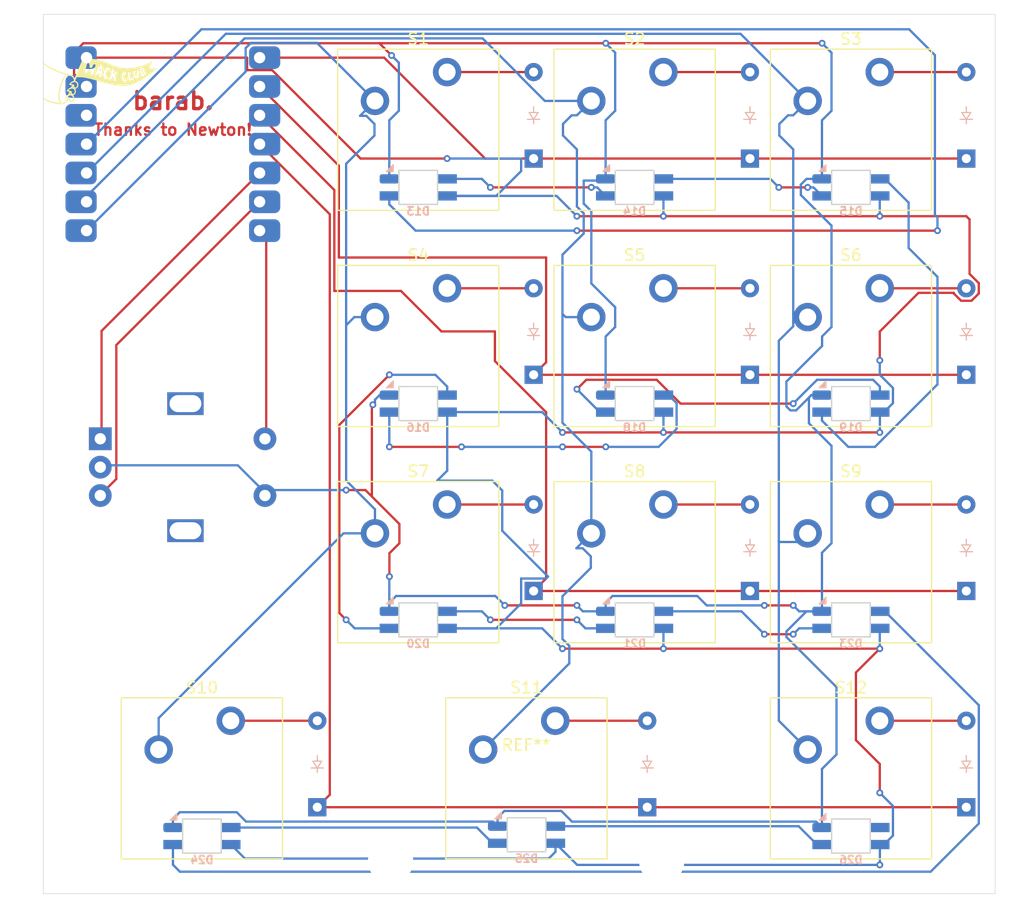
<source format=kicad_pcb>
(kicad_pcb (version 20240108) (generator "pcbnew") (generator_version "8.0")
  (layers (0 "F.Cu" signal) (31 "B.Cu" signal) (34 "B.Paste" user) (35 "F.Paste" user) (36 "B.SilkS" user "B.Silkscreen") (37 "F.SilkS" user "F.Silkscreen") (38 "B.Mask" user) (39 "F.Mask" user) (44 "Edge.Cuts" user))
  (net 0 "")
  (net 1 "Net-(D1-A)")
  (net 2 "Row 0")
  (net 3 "Net-(D2-A)")
  (net 4 "Net-(D3-A)")
  (net 5 "Net-(D4-A)")
  (net 6 "Row 1")
  (net 7 "Net-(D5-A)")
  (net 8 "Net-(D6-A)")
  (net 9 "Row 2")
  (net 10 "Net-(D7-A)")
  (net 11 "Net-(D8-A)")
  (net 12 "Net-(D9-A)")
  (net 13 "Col 0")
  (net 14 "Col 1")
  (net 15 "Row 3")
  (net 16 "Col 2")
  (net 18 "Net-(D10-A)")
  (net 19 "Net-(D11-A)")
  (net 20 "Net-(D12-A)")
  (net 22 "EC11A")
  (net 23 "EC11B")
  (net 24 "EC11SW")
  (net 25 "RGB")
  (net 26 "GND")
  (net 27 "+5V")
  (net 28 "Net-(D13-DOUT)")
  (net 29 "Net-(D14-DOUT)")
  (net 30 "Net-(D15-DOUT)")
  (net 31 "Net-(D16-DOUT)")
  (net 32 "Net-(D16-DIN)")
  (net 33 "Net-(D18-DIN)")
  (net 34 "Net-(D20-DOUT)")
  (net 35 "Net-(D21-DOUT)")
  (net 36 "Net-(D23-DOUT)")
  (net 37 "Net-(D24-DOUT)")
  (net 38 "Net-(D25-DOUT)")
  (footprint "ScottoKeebs_MX:MX_PCB_1.00u" (layer "F.Cu") (at 179.9525 86.02625)
    (property "Reference" "S9")
    (property "Value" "Keyswitch")
  )
  (footprint "ScottoKeebs_Components:LED_SK6812MINI" (layer "F.Cu") (at 160.9025 91.10625)
    (property "Reference" "D21")
    (property "Value" "LED_WS2812B" (hide yes))
    (fp_line (start -1.7 -1.5) (end -1.7 1.5) (stroke (width 0.12)) (layer "Edge.Cuts"))
    (fp_line (start -1.7 1.5) (end 1.7 1.5) (stroke (width 0.12)) (layer "Edge.Cuts"))
    (fp_line (start 1.7 -1.5) (end -1.7 -1.5) (stroke (width 0.12)) (layer "Edge.Cuts"))
    (fp_line (start 1.7 1.5) (end 1.7 -1.5) (stroke (width 0.12)) (layer "Edge.Cuts"))
  )
  (footprint "ScottoKeebs_Scotto:Encoder_EC11_MX" (layer "F.Cu") (at 121.3525 77.65625)
    (property "Reference" "SW2" (hide yes))
    (property "Value" "RotaryEncoder_Switch" (hide yes))
  )
  (footprint "ScottoKeebs_Components:LED_SK6812MINI" (layer "F.Cu") (at 141.8525 72.05625)
    (property "Reference" "D16")
    (property "Value" "LED_WS2812B" (hide yes))
    (fp_line (start -1.7 -1.5) (end -1.7 1.5) (stroke (width 0.12)) (layer "Edge.Cuts"))
    (fp_line (start -1.7 1.5) (end 1.7 1.5) (stroke (width 0.12)) (layer "Edge.Cuts"))
    (fp_line (start 1.7 -1.5) (end -1.7 -1.5) (stroke (width 0.12)) (layer "Edge.Cuts"))
    (fp_line (start 1.7 1.5) (end 1.7 -1.5) (stroke (width 0.12)) (layer "Edge.Cuts"))
  )
  (footprint "ScottoKeebs_MX:MX_PCB_1.00u" (layer "F.Cu") (at 160.9025 47.92625)
    (property "Reference" "S2")
    (property "Value" "Keyswitch")
  )
  (footprint "ScottoKeebs_Components:LED_SK6812MINI" (layer "F.Cu") (at 160.9025 53.00625)
    (property "Reference" "D14")
    (property "Value" "LED_WS2812B" (hide yes))
    (fp_line (start -1.7 -1.5) (end -1.7 1.5) (stroke (width 0.12)) (layer "Edge.Cuts"))
    (fp_line (start -1.7 1.5) (end 1.7 1.5) (stroke (width 0.12)) (layer "Edge.Cuts"))
    (fp_line (start 1.7 -1.5) (end -1.7 -1.5) (stroke (width 0.12)) (layer "Edge.Cuts"))
    (fp_line (start 1.7 1.5) (end 1.7 -1.5) (stroke (width 0.12)) (layer "Edge.Cuts"))
  )
  (footprint "ScottoKeebs_Components:LED_SK6812MINI" (layer "F.Cu") (at 179.9525 72.05625)
    (property "Reference" "D19")
    (property "Value" "LED_WS2812B" (hide yes))
    (fp_line (start -1.7 -1.5) (end -1.7 1.5) (stroke (width 0.12)) (layer "Edge.Cuts"))
    (fp_line (start -1.7 1.5) (end 1.7 1.5) (stroke (width 0.12)) (layer "Edge.Cuts"))
    (fp_line (start 1.7 -1.5) (end -1.7 -1.5) (stroke (width 0.12)) (layer "Edge.Cuts"))
    (fp_line (start 1.7 1.5) (end 1.7 -1.5) (stroke (width 0.12)) (layer "Edge.Cuts"))
  )
  (footprint "ScottoKeebs_MX:MX_PCB_1.00u" (layer "F.Cu") (at 141.8525 66.97625)
    (property "Reference" "S4")
    (property "Value" "Keyswitch")
  )
  (footprint "ScottoKeebs_MX:MX_PCB_1.00u" (layer "F.Cu") (at 141.8525 47.92625)
    (property "Reference" "S1")
    (property "Value" "Keyswitch")
  )
  (footprint "LOGO" (layer "F.Cu") (at 113.8525 43.65625)
    (property "Reference" "G***" (hide yes))
    (property "Value" "LOGO" (hide yes))
  )
  (footprint "ScottoKeebs_Components:LED_SK6812MINI" (layer "F.Cu") (at 179.9525 110.15625)
    (property "Reference" "D26")
    (property "Value" "LED_WS2812B" (hide yes))
    (fp_line (start -1.7 -1.5) (end -1.7 1.5) (stroke (width 0.12)) (layer "Edge.Cuts"))
    (fp_line (start -1.7 1.5) (end 1.7 1.5) (stroke (width 0.12)) (layer "Edge.Cuts"))
    (fp_line (start 1.7 -1.5) (end -1.7 -1.5) (stroke (width 0.12)) (layer "Edge.Cuts"))
    (fp_line (start 1.7 1.5) (end 1.7 -1.5) (stroke (width 0.12)) (layer "Edge.Cuts"))
  )
  (footprint "ScottoKeebs_Components:LED_SK6812MINI" (layer "F.Cu") (at 179.9525 53.00625)
    (property "Reference" "D15")
    (property "Value" "LED_WS2812B" (hide yes))
    (fp_line (start -1.7 -1.5) (end -1.7 1.5) (stroke (width 0.12)) (layer "Edge.Cuts"))
    (fp_line (start -1.7 1.5) (end 1.7 1.5) (stroke (width 0.12)) (layer "Edge.Cuts"))
    (fp_line (start 1.7 -1.5) (end -1.7 -1.5) (stroke (width 0.12)) (layer "Edge.Cuts"))
    (fp_line (start 1.7 1.5) (end 1.7 -1.5) (stroke (width 0.12)) (layer "Edge.Cuts"))
  )
  (footprint "ScottoKeebs_MX:MX_PCB_2.00u" (layer "F.Cu") (at 151.3775 105.07625)
    (property "Reference" "S11")
    (property "Value" "Keyswitch")
  )
  (footprint "ScottoKeebs_Components:LED_SK6812MINI" (layer "F.Cu") (at 151.3875 110.04125)
    (property "Reference" "D25")
    (property "Value" "LED_WS2812B" (hide yes))
    (fp_line (start -1.7 -1.5) (end -1.7 1.5) (stroke (width 0.12)) (layer "Edge.Cuts"))
    (fp_line (start -1.7 1.5) (end 1.7 1.5) (stroke (width 0.12)) (layer "Edge.Cuts"))
    (fp_line (start 1.7 -1.5) (end -1.7 -1.5) (stroke (width 0.12)) (layer "Edge.Cuts"))
    (fp_line (start 1.7 1.5) (end 1.7 -1.5) (stroke (width 0.12)) (layer "Edge.Cuts"))
  )
  (footprint "ScottoKeebs_Components:LED_SK6812MINI" (layer "F.Cu") (at 122.8025 110.15625)
    (property "Reference" "D24")
    (property "Value" "LED_WS2812B" (hide yes))
    (fp_line (start -1.7 -1.5) (end -1.7 1.5) (stroke (width 0.12)) (layer "Edge.Cuts"))
    (fp_line (start -1.7 1.5) (end 1.7 1.5) (stroke (width 0.12)) (layer "Edge.Cuts"))
    (fp_line (start 1.7 -1.5) (end -1.7 -1.5) (stroke (width 0.12)) (layer "Edge.Cuts"))
    (fp_line (start 1.7 1.5) (end 1.7 -1.5) (stroke (width 0.12)) (layer "Edge.Cuts"))
  )
  (footprint "ScottoKeebs_Components:LED_SK6812MINI" (layer "F.Cu") (at 179.9525 91.10625)
    (property "Reference" "D23")
    (property "Value" "LED_WS2812B" (hide yes))
    (fp_line (start -1.7 -1.5) (end -1.7 1.5) (stroke (width 0.12)) (layer "Edge.Cuts"))
    (fp_line (start -1.7 1.5) (end 1.7 1.5) (stroke (width 0.12)) (layer "Edge.Cuts"))
    (fp_line (start 1.7 -1.5) (end -1.7 -1.5) (stroke (width 0.12)) (layer "Edge.Cuts"))
    (fp_line (start 1.7 1.5) (end 1.7 -1.5) (stroke (width 0.12)) (layer "Edge.Cuts"))
  )
  (footprint "ScottoKeebs_MX:MX_PCB_1.00u" (layer "F.Cu") (at 160.9025 86.02625)
    (property "Reference" "S8")
    (property "Value" "Keyswitch")
  )
  (footprint "ScottoKeebs_Components:LED_SK6812MINI" (layer "F.Cu") (at 141.8525 53.00625)
    (property "Reference" "D13")
    (property "Value" "LED_WS2812B" (hide yes))
    (fp_line (start -1.7 -1.5) (end -1.7 1.5) (stroke (width 0.12)) (layer "Edge.Cuts"))
    (fp_line (start -1.7 1.5) (end 1.7 1.5) (stroke (width 0.12)) (layer "Edge.Cuts"))
    (fp_line (start 1.7 -1.5) (end -1.7 -1.5) (stroke (width 0.12)) (layer "Edge.Cuts"))
    (fp_line (start 1.7 1.5) (end 1.7 -1.5) (stroke (width 0.12)) (layer "Edge.Cuts"))
  )
  (footprint "ScottoKeebs_Components:LED_SK6812MINI" (layer "F.Cu") (at 141.8525 91.10625)
    (property "Reference" "D20")
    (property "Value" "LED_WS2812B" (hide yes))
    (fp_line (start -1.7 -1.5) (end -1.7 1.5) (stroke (width 0.12)) (layer "Edge.Cuts"))
    (fp_line (start -1.7 1.5) (end 1.7 1.5) (stroke (width 0.12)) (layer "Edge.Cuts"))
    (fp_line (start 1.7 -1.5) (end -1.7 -1.5) (stroke (width 0.12)) (layer "Edge.Cuts"))
    (fp_line (start 1.7 1.5) (end 1.7 -1.5) (stroke (width 0.12)) (layer "Edge.Cuts"))
  )
  (footprint "ScottoKeebs_MX:MX_PCB_1.00u" (layer "F.Cu") (at 160.9025 66.97625)
    (property "Reference" "S5")
    (property "Value" "Keyswitch")
  )
  (footprint "ScottoKeebs_Components:LED_SK6812MINI" (layer "F.Cu") (at 160.9025 72.05625)
    (property "Reference" "D18")
    (property "Value" "LED_WS2812B" (hide yes))
    (fp_line (start -1.7 -1.5) (end -1.7 1.5) (stroke (width 0.12)) (layer "Edge.Cuts"))
    (fp_line (start -1.7 1.5) (end 1.7 1.5) (stroke (width 0.12)) (layer "Edge.Cuts"))
    (fp_line (start 1.7 -1.5) (end -1.7 -1.5) (stroke (width 0.12)) (layer "Edge.Cuts"))
    (fp_line (start 1.7 1.5) (end 1.7 -1.5) (stroke (width 0.12)) (layer "Edge.Cuts"))
  )
  (footprint "ScottoKeebs_MX:MX_PCB_1.00u" (layer "F.Cu") (at 179.9525 105.07625)
    (property "Reference" "S12")
    (property "Value" "Keyswitch")
  )
  (footprint "ScottoKeebs_Stabilizer:Stabilizer_MX_2.00u" (layer "F.Cu") (at 151.3525 104.14125)
    (property "Reference" "REF**")
    (property "Value" "Stabilizer_MX_2.00u")
  )
  (footprint "ScottoKeebs_MX:MX_PCB_1.00u" (layer "F.Cu") (at 179.9525 66.97625)
    (property "Reference" "S6")
    (property "Value" "Keyswitch")
  )
  (footprint "ScottoKeebs_MX:MX_PCB_1.00u" (layer "F.Cu") (at 141.8525 86.02625)
    (property "Reference" "S7")
    (property "Value" "Keyswitch")
  )
  (footprint "ScottoKeebs_MX:MX_PCB_1.00u" (layer "F.Cu") (at 122.8025 105.07625)
    (property "Reference" "S10")
    (property "Value" "Keyswitch")
  )
  (footprint "ScottoKeebs_MX:MX_PCB_1.00u" (layer "F.Cu") (at 179.9525 47.92625)
    (property "Reference" "S3")
    (property "Value" "Keyswitch")
  )
  (footprint "ScottoKeebs_Components:Diode_DO-35" (layer "B.Cu") (at 162.01375 107.61625 90)
    (property "Reference" "D11" (hide yes))
    (property "Value" "Diode" (hide yes))
  )
  (footprint "ScottoKeebs_Components:Diode_DO-35" (layer "B.Cu") (at 152.0125 69.51625 90)
    (property "Reference" "D4" (hide yes))
    (property "Value" "Diode" (hide yes))
  )
  (footprint "ScottoKeebs_Components:Diode_DO-35" (layer "B.Cu") (at 152.0125 88.56625 90)
    (property "Reference" "D7" (hide yes))
    (property "Value" "Diode" (hide yes))
  )
  (footprint "ScottoKeebs_Components:Diode_DO-35" (layer "B.Cu") (at 132.9625 107.61625 90)
    (property "Reference" "D10" (hide yes))
    (property "Value" "Diode" (hide yes))
  )
  (footprint "ScottoKeebs_MCU:Seeed_XIAO_RP2040" (layer "B.Cu") (at 120.2625 49.19625 180)
    (property "Reference" "U1" (hide yes))
    (property "Value" "MCU_Seeed_XIAO_RP2040")
  )
  (footprint "ScottoKeebs_Components:Diode_DO-35" (layer "B.Cu") (at 190.1125 69.51625 90)
    (property "Reference" "D6" (hide yes))
    (property "Value" "Diode" (hide yes))
  )
  (footprint "ScottoKeebs_Components:Diode_DO-35" (layer "B.Cu") (at 171.0625 50.46625 90)
    (property "Reference" "D2" (hide yes))
    (property "Value" "Diode" (hide yes))
  )
  (footprint "ScottoKeebs_Components:Diode_DO-35" (layer "B.Cu") (at 152.0125 50.46625 90)
    (property "Reference" "D1" (hide yes))
    (property "Value" "Diode" (hide yes))
  )
  (footprint "ScottoKeebs_Components:Diode_DO-35" (layer "B.Cu") (at 190.1125 50.46625 90)
    (property "Reference" "D3" (hide yes))
    (property "Value" "Diode" (hide yes))
  )
  (footprint "ScottoKeebs_Components:Diode_DO-35" (layer "B.Cu") (at 190.1125 107.61625 90)
    (property "Reference" "D12" (hide yes))
    (property "Value" "Diode" (hide yes))
  )
  (footprint "ScottoKeebs_Components:Diode_DO-35" (layer "B.Cu") (at 190.1125 88.56625 90)
    (property "Reference" "D9" (hide yes))
    (property "Value" "Diode" (hide yes))
  )
  (footprint "ScottoKeebs_Components:Diode_DO-35" (layer "B.Cu") (at 171.0625 69.51625 90)
    (property "Reference" "D5" (hide yes))
    (property "Value" "Diode" (hide yes))
  )
  (footprint "ScottoKeebs_Components:Diode_DO-35" (layer "B.Cu") (at 171.0625 88.56625 90)
    (property "Reference" "D8" (hide yes))
    (property "Value" "Diode" (hide yes))
  )
  (gr_rect (start 108.8325 37.76625) (end 192.6525 115.23625) (stroke (width 0.05)) (fill none) (layer "Edge.Cuts"))
  (gr_text "barab." (at 120.2625 45.38625 0) (layer "F.Cu") (effects (font (size 1.5 1.5) (thickness 0.3) (bold yes))))
  (gr_text "Thanks to Newton!" (at 120.2625 47.92625 0) (layer "F.Cu") (effects (font (size 1 1) (thickness 0.2) (bold yes))))
  (segment (start 144.3925 42.84625) (end 152.0125 42.84625) (width 0.2) (layer "F.Cu") (net 1))
  (segment (start 147.740088 50.46625) (end 138.850088 41.57625) (width 0.2) (layer "F.Cu") (net 2))
  (segment (start 152.0125 50.46625) (end 190.1125 50.46625) (width 0.2) (layer "F.Cu") (net 2))
  (segment (start 152.0125 50.46625) (end 147.740088 50.46625) (width 0.2) (layer "F.Cu") (net 2))
  (segment (start 138.850088 41.57625) (end 127.8825 41.57625) (width 0.2) (layer "F.Cu") (net 2))
  (segment (start 163.4425 42.84625) (end 171.0625 42.84625) (width 0.2) (layer "F.Cu") (net 3))
  (segment (start 182.4925 42.84625) (end 190.1125 42.84625) (width 0.2) (layer "F.Cu") (net 4))
  (segment (start 144.3925 61.89625) (end 152.0125 61.89625) (width 0.2) (layer "F.Cu") (net 5))
  (segment (start 134.8625 51.09625) (end 127.8825 44.11625) (width 0.2) (layer "F.Cu") (net 6))
  (segment (start 152.0125 69.51625) (end 190.1125 69.51625) (width 0.2) (layer "F.Cu") (net 6))
  (segment (start 153.1125 68.41625) (end 153.1125 59.18625) (width 0.2) (layer "F.Cu") (net 6))
  (segment (start 134.8625 59.18625) (end 134.8625 51.09625) (width 0.2) (layer "F.Cu") (net 6))
  (segment (start 153.1125 59.18625) (end 134.8625 59.18625) (width 0.2) (layer "F.Cu") (net 6))
  (segment (start 152.0125 69.51625) (end 153.1125 68.41625) (width 0.2) (layer "F.Cu") (net 6))
  (segment (start 163.4425 61.89625) (end 171.0625 61.89625) (width 0.2) (layer "F.Cu") (net 7))
  (segment (start 182.4925 61.89625) (end 190.1125 61.89625) (width 0.2) (layer "F.Cu") (net 8))
  (segment (start 140.325902 62.12625) (end 134.4625 62.12625) (width 0.2) (layer "F.Cu") (net 9))
  (segment (start 153.1125 87.46625) (end 153.1125 72.81625) (width 0.2) (layer "F.Cu") (net 9))
  (segment (start 152.0125 88.56625) (end 153.1125 87.46625) (width 0.2) (layer "F.Cu") (net 9))
  (segment (start 152.0125 88.56625) (end 190.1125 88.56625) (width 0.2) (layer "F.Cu") (net 9))
  (segment (start 134.4625 53.23625) (end 127.8825 46.65625) (width 0.2) (layer "F.Cu") (net 9))
  (segment (start 134.4625 62.12625) (end 134.4625 53.23625) (width 0.2) (layer "F.Cu") (net 9))
  (segment (start 148.6025 68.30625) (end 148.6025 65.69625) (width 0.2) (layer "F.Cu") (net 9))
  (segment (start 148.6025 65.69625) (end 143.895902 65.69625) (width 0.2) (layer "F.Cu") (net 9))
  (segment (start 143.895902 65.69625) (end 140.325902 62.12625) (width 0.2) (layer "F.Cu") (net 9))
  (segment (start 153.1125 72.81625) (end 148.6025 68.30625) (width 0.2) (layer "F.Cu") (net 9))
  (segment (start 144.3925 80.94625) (end 152.0125 80.94625) (width 0.2) (layer "F.Cu") (net 10))
  (segment (start 163.4425 80.94625) (end 171.0625 80.94625) (width 0.2) (layer "F.Cu") (net 11))
  (segment (start 182.4925 80.94625) (end 190.1125 80.94625) (width 0.2) (layer "F.Cu") (net 12))
  (segment (start 137.9975 47.418838) (end 137.9975 48.433662) (width 0.2) (layer "B.Cu") (net 13))
  (segment (start 137.9975 48.433662) (end 135.5025 50.928662) (width 0.2) (layer "B.Cu") (net 13))
  (segment (start 118.9925 99.76125) (end 118.9925 102.53625) (width 0.2) (layer "B.Cu") (net 13))
  (segment (start 126.6525 42.80625) (end 112.6425 56.81625) (width 0.2) (layer "B.Cu") (net 13))
  (segment (start 138.0425 81.367721) (end 138.0425 83.48625) (width 0.2) (layer "B.Cu") (net 13))
  (segment (start 132.9325 40.27625) (end 127.113858 40.27625) (width 0.2) (layer "B.Cu") (net 13))
  (segment (start 135.5025 65.15625) (end 135.5025 78.827721) (width 0.2) (layer "B.Cu") (net 13))
  (segment (start 135.5025 50.928662) (end 135.5025 65.15625) (width 0.2) (layer "B.Cu") (net 13))
  (segment (start 138.0425 45.38625) (end 136.7275 46.70125) (width 0.2) (layer "B.Cu") (net 13))
  (segment (start 136.7275 46.70125) (end 137.279912 46.70125) (width 0.2) (layer "B.Cu") (net 13))
  (segment (start 135.5025 78.827721) (end 138.0425 81.367721) (width 0.2) (layer "B.Cu") (net 13))
  (segment (start 138.0425 64.43625) (end 136.2225 64.43625) (width 0.2) (layer "B.Cu") (net 13))
  (segment (start 127.113858 40.27625) (end 126.6525 40.737608) (width 0.2) (layer "B.Cu") (net 13))
  (segment (start 136.2225 64.43625) (end 135.5025 65.15625) (width 0.2) (layer "B.Cu") (net 13))
  (segment (start 138.0425 45.38625) (end 132.9325 40.27625) (width 0.2) (layer "B.Cu") (net 13))
  (segment (start 137.279912 46.70125) (end 137.9975 47.418838) (width 0.2) (layer "B.Cu") (net 13))
  (segment (start 138.0425 83.48625) (end 135.2675 83.48625) (width 0.2) (layer "B.Cu") (net 13))
  (segment (start 126.6525 40.737608) (end 126.6525 42.80625) (width 0.2) (layer "B.Cu") (net 13))
  (segment (start 135.2675 83.48625) (end 118.9925 99.76125) (width 0.2) (layer "B.Cu") (net 13))
  (segment (start 157.0925 64.43625) (end 154.8325 64.43625) (width 0.2) (layer "B.Cu") (net 14))
  (segment (start 154.5975 47.418838) (end 154.5975 48.433662) (width 0.2) (layer "B.Cu") (net 14))
  (segment (start 157.0925 45.38625) (end 155.8225 46.65625) (width 0.2) (layer "B.Cu") (net 14))
  (segment (start 155.8225 46.65625) (end 155.360088 46.65625) (width 0.2) (layer "B.Cu") (net 14))
  (segment (start 155.7775 84.80125) (end 156.329912 84.80125) (width 0.2) (layer "B.Cu") (net 14))
  (segment (start 155.360088 46.65625) (end 154.5975 47.418838) (width 0.2) (layer "B.Cu") (net 14))
  (segment (start 157.0925 76.287721) (end 157.0925 83.48625) (width 0.2) (layer "B.Cu") (net 14))
  (segment (start 150.7425 43.106506) (end 147.512244 39.87625) (width 0.2) (layer "B.Cu") (net 14))
  (segment (start 156.4225 57.064779) (end 154.5525 58.934779) (width 0.2) (layer "B.Cu") (net 14))
  (segment (start 157.0925 83.48625) (end 155.7775 84.80125) (width 0.2) (layer "B.Cu") (net 14))
  (segment (start 147.512244 39.87625) (end 126.5625 39.87625) (width 0.2) (layer "B.Cu") (net 14))
  (segment (start 154.5975 48.433662) (end 155.8225 49.658662) (width 0.2) (layer "B.Cu") (net 14))
  (segment (start 154.5525 73.747721) (end 157.0925 76.287721) (width 0.2) (layer "B.Cu") (net 14))
  (segment (start 154.8325 64.43625) (end 154.5525 64.15625) (width 0.2) (layer "B.Cu") (net 14))
  (segment (start 156.4225 55.297721) (end 156.4225 57.064779) (width 0.2) (layer "B.Cu") (net 14))
  (segment (start 157.0475 85.518838) (end 157.0475 86.533662) (width 0.2) (layer "B.Cu") (net 14))
  (segment (start 154.5525 89.028662) (end 154.5525 92.797721) (width 0.2) (layer "B.Cu") (net 14))
  (segment (start 112.6425 53.79625) (end 112.6425 54.27625) (width 0.2) (layer "B.Cu") (net 14))
  (segment (start 156.329912 84.80125) (end 157.0475 85.518838) (width 0.2) (layer "B.Cu") (net 14))
  (segment (start 155.1525 94.95125) (end 147.5675 102.53625) (width 0.2) (layer "B.Cu") (net 14))
  (segment (start 155.8225 54.697721) (end 156.4225 55.297721) (width 0.2) (layer "B.Cu") (net 14))
  (segment (start 157.0475 86.533662) (end 154.5525 89.028662) (width 0.2) (layer "B.Cu") (net 14))
  (segment (start 154.5525 58.934779) (end 154.5525 64.15625) (width 0.2) (layer "B.Cu") (net 14))
  (segment (start 155.8225 49.658662) (end 155.8225 54.697721) (width 0.2) (layer "B.Cu") (net 14))
  (segment (start 155.1525 93.397721) (end 155.1525 94.95125) (width 0.2) (layer "B.Cu") (net 14))
  (segment (start 126.5625 39.87625) (end 112.6425 53.79625) (width 0.2) (layer "B.Cu") (net 14))
  (segment (start 150.7425 43.131885) (end 150.7425 43.106506) (width 0.2) (layer "B.Cu") (net 14))
  (segment (start 152.996865 45.38625) (end 150.7425 43.131885) (width 0.2) (layer "B.Cu") (net 14))
  (segment (start 154.5525 92.797721) (end 155.1525 93.397721) (width 0.2) (layer "B.Cu") (net 14))
  (segment (start 154.5525 64.15625) (end 154.5525 73.747721) (width 0.2) (layer "B.Cu") (net 14))
  (segment (start 157.0925 45.38625) (end 152.996865 45.38625) (width 0.2) (layer "B.Cu") (net 14))
  (segment (start 132.9625 107.61625) (end 190.1125 107.61625) (width 0.2) (layer "F.Cu") (net 15))
  (segment (start 134.0625 55.37625) (end 127.8825 49.19625) (width 0.2) (layer "F.Cu") (net 15))
  (segment (start 134.0625 106.51625) (end 134.0625 55.37625) (width 0.2) (layer "F.Cu") (net 15))
  (segment (start 132.9625 107.61625) (end 134.0625 106.51625) (width 0.2) (layer "F.Cu") (net 15))
  (segment (start 176.1425 45.38625) (end 170.2325 39.47625) (width 0.2) (layer "B.Cu") (net 16))
  (segment (start 174.8725 49.658662) (end 174.8725 64.15625) (width 0.2) (layer "B.Cu") (net 16))
  (segment (start 173.695088 84.248838) (end 173.6025 84.15625) (width 0.2) (layer "B.Cu") (net 16))
  (segment (start 175.1525 64.43625) (end 174.8725 64.15625) (width 0.2) (layer "B.Cu") (net 16))
  (segment (start 124.9025 39.47625) (end 112.6425 51.73625) (width 0.2) (layer "B.Cu") (net 16))
  (segment (start 173.6025 66.513838) (end 173.6025 84.15625) (width 0.2) (layer "B.Cu") (net 16))
  (segment (start 174.8725 46.65625) (end 174.410088 46.65625) (width 0.2) (layer "B.Cu") (net 16))
  (segment (start 176.1425 83.48625) (end 175.379912 84.248838) (width 0.2) (layer "B.Cu") (net 16))
  (segment (start 176.1425 45.38625) (end 174.8725 46.65625) (width 0.2) (layer "B.Cu") (net 16))
  (segment (start 174.410088 46.65625) (end 173.6475 47.418838) (width 0.2) (layer "B.Cu") (net 16))
  (segment (start 173.6475 48.433662) (end 174.8725 49.658662) (width 0.2) (layer "B.Cu") (net 16))
  (segment (start 173.6025 99.99625) (end 176.1425 102.53625) (width 0.2) (layer "B.Cu") (net 16))
  (segment (start 173.6475 47.418838) (end 173.6475 48.433662) (width 0.2) (layer "B.Cu") (net 16))
  (segment (start 174.8725 64.15625) (end 174.8725 65.243838) (width 0.2) (layer "B.Cu") (net 16))
  (segment (start 174.8725 65.243838) (end 173.6025 66.513838) (width 0.2) (layer "B.Cu") (net 16))
  (segment (start 170.2325 39.47625) (end 124.9025 39.47625) (width 0.2) (layer "B.Cu") (net 16))
  (segment (start 175.379912 84.248838) (end 173.695088 84.248838) (width 0.2) (layer "B.Cu") (net 16))
  (segment (start 173.6025 84.15625) (end 173.6025 99.99625) (width 0.2) (layer "B.Cu") (net 16))
  (segment (start 176.1425 64.43625) (end 175.1525 64.43625) (width 0.2) (layer "B.Cu") (net 16))
  (segment (start 125.3425 99.99625) (end 132.9625 99.99625) (width 0.2) (layer "F.Cu") (net 18))
  (segment (start 153.9175 99.99625) (end 162.01375 99.99625) (width 0.2) (layer "F.Cu") (net 19))
  (segment (start 182.4925 99.99625) (end 190.1125 99.99625) (width 0.2) (layer "F.Cu") (net 20))
  (segment (start 113.965 74.99375) (end 113.965 65.65375) (width 0.2) (layer "F.Cu") (net 22))
  (segment (start 113.965 65.65375) (end 127.8825 51.73625) (width 0.2) (layer "F.Cu") (net 22))
  (segment (start 115.265 66.89375) (end 127.8825 54.27625) (width 0.2) (layer "F.Cu") (net 23))
  (segment (start 115.265 78.69375) (end 115.265 66.89375) (width 0.2) (layer "F.Cu") (net 23))
  (segment (start 113.965 79.99375) (end 115.265 78.69375) (width 0.2) (layer "F.Cu") (net 23))
  (segment (start 128.465 74.99375) (end 128.465 57.39875) (width 0.2) (layer "F.Cu") (net 24))
  (segment (start 128.465 57.39875) (end 127.8825 56.81625) (width 0.2) (layer "F.Cu") (net 24))
  (segment (start 155.8225 56.81625) (end 187.5725 56.81625) (width 0.2) (layer "F.Cu") (net 25))
  (via (at 155.8225 56.81625) (size 0.6) (drill 0.3) (layers "F.Cu" "B.Cu") (net 25))
  (via (at 187.5725 56.81625) (size 0.6) (drill 0.3) (layers "F.Cu" "B.Cu") (net 25))
  (segment (start 187.5725 55.65625) (end 187.3475 55.43125) (width 0.2) (layer "B.Cu") (net 25))
  (segment (start 185.0725 39.07625) (end 122.7625 39.07625) (width 0.2) (layer "B.Cu") (net 25))
  (segment (start 139.3025 53.75625) (end 139.3025 54.504778) (width 0.2) (layer "B.Cu") (net 25))
  (segment (start 122.7625 39.07625) (end 112.6425 49.19625) (width 0.2) (layer "B.Cu") (net 25))
  (segment (start 139.3025 54.504778) (end 141.613972 56.81625) (width 0.2) (layer "B.Cu") (net 25))
  (segment (start 187.5725 56.81625) (end 187.5725 55.65625) (width 0.2) (layer "B.Cu") (net 25))
  (segment (start 141.613972 56.81625) (end 155.8225 56.81625) (width 0.2) (layer "B.Cu") (net 25))
  (segment (start 187.3475 41.35125) (end 185.0725 39.07625) (width 0.2) (layer "B.Cu") (net 25))
  (segment (start 187.3475 55.43125) (end 187.3475 41.35125) (width 0.2) (layer "B.Cu") (net 25))
  (segment (start 137.767424 72.241326) (end 137.8525 72.15625) (width 0.2) (layer "F.Cu") (net 26))
  (segment (start 140.190799 82.6647) (end 140.190799 84.364549) (width 0.2) (layer "F.Cu") (net 26))
  (segment (start 158.3625 40.30625) (end 177.4125 40.30625) (width 0.2) (layer "F.Cu") (net 26))
  (segment (start 172.3325 89.83625) (end 174.8725 89.83625) (width 0.2) (layer "F.Cu") (net 26))
  (segment (start 112.6425 44.11625) (end 111.5425 43.01625) (width 0.2) (layer "F.Cu") (net 26))
  (segment (start 138.428618 40.30625) (end 139.505559 41.383191) (width 0.2) (layer "F.Cu") (net 26))
  (segment (start 112.356865 40.30625) (end 138.428618 40.30625) (width 0.2) (layer "F.Cu") (net 26))
  (segment (start 135.5025 79.67625) (end 137.202349 79.67625) (width 0.2) (layer "F.Cu") (net 26))
  (segment (start 139.3125 85.242848) (end 139.3125 87.29625) (width 0.2) (layer "F.Cu") (net 26))
  (segment (start 149.4725 89.83625) (end 155.8225 89.83625) (width 0.2) (layer "F.Cu") (net 26))
  (segment (start 140.190799 84.364549) (end 139.3125 85.242848) (width 0.2) (layer "F.Cu") (net 26))
  (segment (start 138.428618 40.30625) (end 158.3625 40.30625) (width 0.2) (layer "F.Cu") (net 26))
  (segment (start 137.767424 80.241326) (end 140.190799 82.6647) (width 0.2) (layer "F.Cu") (net 26))
  (segment (start 111.5425 41.120615) (end 112.356865 40.30625) (width 0.2) (layer "F.Cu") (net 26))
  (segment (start 137.767424 80.241326) (end 137.767424 72.241326) (width 0.2) (layer "F.Cu") (net 26))
  (segment (start 111.5425 43.01625) (end 111.5425 41.120615) (width 0.2) (layer "F.Cu") (net 26))
  (segment (start 137.202349 79.67625) (end 137.767424 80.241326) (width 0.2) (layer "F.Cu") (net 26))
  (via (at 155.8225 89.83625) (size 0.6) (drill 0.3) (layers "F.Cu" "B.Cu") (net 26))
  (via (at 135.5025 79.67625) (size 0.6) (drill 0.3) (layers "F.Cu" "B.Cu") (net 26))
  (via (at 149.4725 89.83625) (size 0.6) (drill 0.3) (layers "F.Cu" "B.Cu") (net 26))
  (via (at 137.8525 72.15625) (size 0.6) (drill 0.3) (layers "F.Cu" "B.Cu") (net 26))
  (via (at 139.505559 41.383191) (size 0.6) (drill 0.3) (layers "F.Cu" "B.Cu") (net 26))
  (via (at 172.3325 89.83625) (size 0.6) (drill 0.3) (layers "F.Cu" "B.Cu") (net 26))
  (via (at 174.8725 89.83625) (size 0.6) (drill 0.3) (layers "F.Cu" "B.Cu") (net 26))
  (via (at 177.4125 40.30625) (size 0.6) (drill 0.3) (layers "F.Cu" "B.Cu") (net 26))
  (via (at 158.3625 40.30625) (size 0.6) (drill 0.3) (layers "F.Cu" "B.Cu") (net 26))
  (via (at 139.3125 87.29625) (size 0.6) (drill 0.3) (layers "F.Cu" "B.Cu") (net 26))
  (segment (start 157.0925 61.466401) (end 159.1925 63.566401) (width 0.2) (layer "B.Cu") (net 26))
  (segment (start 175.121029 72.65625) (end 174.623971 72.65625) (width 0.2) (layer "B.Cu") (net 26))
  (segment (start 177.4025 85.196099) (end 178.2425 84.356099) (width 0.2) (layer "B.Cu") (net 26))
  (segment (start 174.2725 92.127721) (end 176.043971 90.35625) (width 0.2) (layer "B.Cu") (net 26))
  (segment (start 125.8625 108.05625) (end 120.853972 108.05625) (width 0.2) (layer "B.Cu") (net 26))
  (segment (start 139.903972 89.00625) (end 148.6425 89.00625) (width 0.2) (layer "B.Cu") (net 26))
  (segment (start 120.853972 108.05625) (end 120.2525 108.657722) (width 0.2) (layer "B.Cu") (net 26))
  (segment (start 178.6825 97.034779) (end 174.2725 92.624779) (width 0.2) (layer "B.Cu") (net 26))
  (segment (start 128.835 79.99375) (end 129.1525 79.67625) (width 0.2) (layer "B.Cu") (net 26))
  (segment (start 177.4125 66.136099) (end 178.2425 65.306099) (width 0.2) (layer "B.Cu") (net 26))
  (segment (start 158.953972 89.00625) (end 166.4225 89.00625) (width 0.2) (layer "B.Cu") (net 26))
  (segment (start 176.471029 71.30625) (end 175.121029 72.65625) (width 0.2) (layer "B.Cu") (net 26))
  (segment (start 177.4025 104.246099) (end 178.6825 102.966099) (width 0.2) (layer "B.Cu") (net 26))
  (segment (start 175.3925 90.35625) (end 177.4025 90.35625) (width 0.2) (layer "B.Cu") (net 26))
  (segment (start 175.5425 52.757721) (end 176.043971 52.25625) (width 0.2) (layer "B.Cu") (net 26))
  (segment (start 178.2425 46.256099) (end 177.4025 47.096099) (width 0.2) (layer "B.Cu") (net 26))
  (segment (start 140.1425 42.020132) (end 140.1425 46.256099) (width 0.2) (layer "B.Cu") (net 26))
  (segment (start 178.2425 56.37625) (end 175.5425 53.67625) (width 0.2) (layer "B.Cu") (net 26))
  (segment (start 156.3425 90.35625) (end 158.3525 90.35625) (width 0.2) (layer "B.Cu") (net 26))
  (segment (start 156.4225 54.43625) (end 157.0925 55.10625) (width 0.2) (layer "B.Cu") (net 26))
  (segment (start 177.4125 40.30625) (end 178.2425 41.13625) (width 0.2) (layer "B.Cu") (net 26))
  (segment (start 158.3525 66.146099) (end 158.3525 71.30625) (width 0.2) (layer "B.Cu") (net 26))
  (segment (start 157.0925 55.10625) (end 157.0925 61.466401) (width 0.2) (layer "B.Cu") (net 26))
  (segment (start 154.4475 107.94125) (end 149.438972 107.94125) (width 0.2) (layer "B.Cu") (net 26))
  (segment (start 176.2525 73.787721) (end 176.2525 71.524779) (width 0.2) (layer "B.Cu") (net 26))
  (segment (start 178.2425 84.356099) (end 178.2425 75.777721) (width 0.2) (layer "B.Cu") (net 26))
  (segment (start 176.043971 52.25625) (end 177.4025 52.25625) (width 0.2) (layer "B.Cu") (net 26))
  (segment (start 158.3525 89.607722) (end 158.953972 89.00625) (width 0.2) (layer "B.Cu") (net 26))
  (segment (start 138.4525 71.30625) (end 138.0425 71.71625) (width 0.2) (layer "B.Cu") (net 26))
  (segment (start 148.6425 89.00625) (end 149.4725 89.83625) (width 0.2) (layer "B.Cu") (net 26))
  (segment (start 176.8825 108.88625) (end 155.3925 108.88625) (width 0.2) (layer "B.Cu") (net 26))
  (segment (start 155.8225 89.83625) (end 156.3425 90.35625) (width 0.2) (layer "B.Cu") (net 26))
  (segment (start 137.8525 72.15625) (end 138.0425 71.96625) (width 0.2) (layer "B.Cu") (net 26))
  (segment (start 174.2725 70.11625) (end 177.4125 66.97625) (width 0.2) (layer "B.Cu") (net 26))
  (segment (start 175.5425 53.67625) (end 175.5425 52.757721) (width 0.2) (layer "B.Cu") (net 26))
  (segment (start 120.2525 108.657722) (end 120.2525 109.40625) (width 0.2) (layer "B.Cu") (net 26))
  (segment (start 177.4025 90.35625) (end 177.4025 85.196099) (width 0.2) (layer "B.Cu") (net 26))
  (segment (start 126.6875 108.88125) (end 125.8625 108.05625) (width 0.2) (layer "B.Cu") (net 26))
  (segment (start 174.623971 72.65625) (end 174.2725 72.304779) (width 0.2) (layer "B.Cu") (net 26))
  (segment (start 177.4125 66.97625) (end 177.4125 66.136099) (width 0.2) (layer "B.Cu") (net 26))
  (segment (start 129.1525 79.67625) (end 135.5025 79.67625) (width 0.2) (layer "B.Cu") (net 26))
  (segment (start 166.4225 89.00625) (end 167.2525 89.83625) (width 0.2) (layer "B.Cu") (net 26))
  (segment (start 139.3025 89.607722) (end 139.903972 89.00625) (width 0.2) (layer "B.Cu") (net 26))
  (segment (start 158.3525 90.35625) (end 158.3525 89.607722) (width 0.2) (layer "B.Cu") (net 26))
  (segment (start 167.2525 89.83625) (end 172.3325 89.83625) (width 0.2) (layer "B.Cu") (net 26))
  (segment (start 155.3925 108.88625) (end 154.4475 107.94125) (width 0.2) (layer "B.Cu") (net 26))
  (segment (start 177.4025 109.40625) (end 176.8825 108.88625) (width 0.2) (layer "B.Cu") (net 26))
  (segment (start 158.3525 52.25625) (end 158.2025 52.40625) (width 0.2) (layer "B.Cu") (net 26))
  (segment (start 177.4025 47.096099) (end 177.4025 52.25625) (width 0.2) (layer "B.Cu") (net 26))
  (segment (start 159.1925 63.566401) (end 159.1925 65.306099) (width 0.2) (layer "B.Cu") (net 26))
  (segment (start 139.3025 90.35625) (end 139.3025 89.607722) (width 0.2) (layer "B.Cu") (net 26))
  (segment (start 158.3625 40.30625) (end 159.1925 41.13625) (width 0.2) (layer "B.Cu") (net 26))
  (segment (start 139.3025 71.30625) (end 138.4525 71.30625) (width 0.2) (layer "B.Cu") (net 26))
  (segment (start 148.8375 108.542722) (end 148.8375 109.29125) (width 0.2) (layer "B.Cu") (net 26))
  (segment (start 148.8375 109.29125) (end 148.4275 108.88125) (width 0.2) (layer "B.Cu") (net 26))
  (segment (start 176.2525 71.524779) (end 176.471029 71.30625) (width 0.2) (layer "B.Cu") (net 26))
  (segment (start 140.1425 46.256099) (end 139.3025 47.096099) (width 0.2) (layer "B.Cu") (net 26))
  (segment (start 178.2425 41.13625) (end 178.2425 46.256099) (width 0.2) (layer "B.Cu") (net 26))
  (segment (start 148.4275 108.88125) (end 126.6875 108.88125) (width 0.2) (layer "B.Cu") (net 26))
  (segment (start 113.965 77.49375) (end 125.965 77.49375) (width 0.2) (layer "B.Cu") (net 26))
  (segment (start 176.043971 90.35625) (end 177.4025 90.35625) (width 0.2) (layer "B.Cu") (net 26))
  (segment (start 158.3525 47.096099) (end 158.3525 52.25625) (width 0.2) (layer "B.Cu") (net 26))
  (segment (start 139.505559 41.383191) (end 140.1425 42.020132) (width 0.2) (layer "B.Cu") (net 26))
  (segment (start 174.2725 72.304779) (end 174.2725 70.11625) (width 0.2) (layer "B.Cu") (net 26))
  (segment (start 178.2425 75.777721) (end 176.2525 73.787721) (width 0.2) (layer "B.Cu") (net 26))
  (segment (start 128.465 79.99375) (end 128.835 79.99375) (width 0.2) (layer "B.Cu") (net 26))
  (segment (start 156.4225 52.40625) (end 156.4225 54.43625) (width 0.2) (layer "B.Cu") (net 26))
  (segment (start 177.4025 109.40625) (end 177.4025 104.246099) (width 0.2) (layer "B.Cu") (net 26))
  (segment (start 159.1925 41.13625) (end 159.1925 46.256099) (width 0.2) (layer "B.Cu") (net 26))
  (segment (start 139.3125 87.29625) (end 139.3025 87.30625) (width 0.2) (layer "B.Cu") (net 26))
  (segment (start 159.1925 65.306099) (end 158.3525 66.146099) (width 0.2) (layer "B.Cu") (net 26))
  (segment (start 178.2425 65.306099) (end 178.2425 56.37625) (width 0.2) (layer "B.Cu") (net 26))
  (segment (start 139.3025 87.30625) (end 139.3025 90.35625) (width 0.2) (layer "B.Cu") (net 26))
  (segment (start 159.1925 46.256099) (end 158.3525 47.096099) (width 0.2) (layer "B.Cu") (net 26))
  (segment (start 178.6825 102.966099) (end 178.6825 97.034779) (width 0.2) (layer "B.Cu") (net 26))
  (segment (start 138.0425 71.96625) (end 138.0425 71.71625) (width 0.2) (layer "B.Cu") (net 26))
  (segment (start 125.965 77.49375) (end 128.465 79.99375) (width 0.2) (layer "B.Cu") (net 26))
  (segment (start 139.3025 47.096099) (end 139.3025 52.25625) (width 0.2) (layer "B.Cu") (net 26))
  (segment (start 158.2025 52.40625) (end 156.4225 52.40625) (width 0.2) (layer "B.Cu") (net 26))
  (segment (start 174.8725 89.83625) (end 175.3925 90.35625) (width 0.2) (layer "B.Cu") (net 26))
  (segment (start 174.2725 92.624779) (end 174.2725 92.127721) (width 0.2) (layer "B.Cu") (net 26))
  (segment (start 149.438972 107.94125) (end 148.8375 108.542722) (width 0.2) (layer "B.Cu") (net 26))
  (segment (start 176.471029 71.30625) (end 177.4025 71.30625) (width 0.2) (layer "B.Cu") (net 26))
  (segment (start 180.3925 101.70625) (end 182.4925 103.80625) (width 0.2) (layer "F.Cu") (net 27))
  (segment (start 182.4925 74.59625) (end 163.4425 74.59625) (width 0.2) (layer "F.Cu") (net 27))
  (segment (start 190.398135 55.831885) (end 190.398135 60.62625) (width 0.2) (layer "F.Cu") (net 27))
  (segment (start 180.3925 95.74625) (end 180.3925 101.70625) (width 0.2) (layer "F.Cu") (net 27))
  (segment (start 126.7825 41.57625) (end 126.7825 42.67625) (width 0.2) (layer "F.Cu") (net 27))
  (segment (start 190.398135 60.62625) (end 191.2125 61.440615) (width 0.2) (layer "F.Cu") (net 27))
  (segment (start 128.9825 42.67625) (end 136.7725 50.46625) (width 0.2) (layer "F.Cu") (net 27))
  (segment (start 163.4425 74.59625) (end 154.5525 74.59625) (width 0.2) (layer "F.Cu") (net 27))
  (segment (start 182.4925 103.80625) (end 182.4925 106.34625) (width 0.2) (layer "F.Cu") (net 27))
  (segment (start 190.1125 55.54625) (end 190.398135 55.831885) (width 0.2) (layer "F.Cu") (net 27))
  (segment (start 182.4925 55.54625) (end 190.1125 55.54625) (width 0.2) (layer "F.Cu") (net 27))
  (segment (start 185.9025 62.29625) (end 182.4925 65.70625) (width 0.2) (layer "F.Cu") (net 27))
  (segment (start 191.2125 62.351885) (end 190.568135 62.99625) (width 0.2) (layer "F.Cu") (net 27))
  (segment (start 112.6425 41.57625) (end 126.7825 41.57625) (width 0.2) (layer "F.Cu") (net 27))
  (segment (start 136.7725 50.46625) (end 144.3925 50.46625) (width 0.2) (layer "F.Cu") (net 27))
  (segment (start 182.4925 65.70625) (end 182.4925 68.24625) (width 0.2) (layer "F.Cu") (net 27))
  (segment (start 154.5525 93.64625) (end 163.4425 93.64625) (width 0.2) (layer "F.Cu") (net 27))
  (segment (start 189.0125 62.351885) (end 189.0125 62.29625) (width 0.2) (layer "F.Cu") (net 27))
  (segment (start 155.8225 55.54625) (end 163.4425 55.54625) (width 0.2) (layer "F.Cu") (net 27))
  (segment (start 190.568135 62.99625) (end 189.656865 62.99625) (width 0.2) (layer "F.Cu") (net 27))
  (segment (start 191.2125 61.440615) (end 191.2125 62.351885) (width 0.2) (layer "F.Cu") (net 27))
  (segment (start 189.656865 62.99625) (end 189.0125 62.351885) (width 0.2) (layer "F.Cu") (net 27))
  (segment (start 163.4425 93.64625) (end 182.4925 93.64625) (width 0.2) (layer "F.Cu") (net 27))
  (segment (start 163.4425 55.54625) (end 182.4925 55.54625) (width 0.2) (layer "F.Cu") (net 27))
  (segment (start 189.0125 62.29625) (end 185.9025 62.29625) (width 0.2) (layer "F.Cu") (net 27))
  (segment (start 126.7825 42.67625) (end 128.9825 42.67625) (width 0.2) (layer "F.Cu") (net 27))
  (segment (start 182.4925 93.64625) (end 180.3925 95.74625) (width 0.2) (layer "F.Cu") (net 27))
  (via (at 163.4425 93.64625) (size 0.6) (drill 0.3) (layers "F.Cu" "B.Cu") (net 27))
  (via (at 144.3925 50.46625) (size 0.6) (drill 0.3) (layers "F.Cu" "B.Cu") (net 27))
  (via (at 163.4425 55.54625) (size 0.6) (drill 0.3) (layers "F.Cu" "B.Cu") (net 27))
  (via (at 182.4925 68.24625) (size 0.6) (drill 0.3) (layers "F.Cu" "B.Cu") (net 27))
  (via (at 182.4925 93.64625) (size 0.6) (drill 0.3) (layers "F.Cu" "B.Cu") (net 27))
  (via (at 182.4925 55.54625) (size 0.6) (drill 0.3) (layers "F.Cu" "B.Cu") (net 27))
  (via (at 154.5525 93.64625) (size 0.6) (drill 0.3) (layers "F.Cu" "B.Cu") (net 27))
  (via (at 154.5525 74.59625) (size 0.6) (drill 0.3) (layers "F.Cu" "B.Cu") (net 27))
  (via (at 163.4425 74.59625) (size 0.6) (drill 0.3) (layers "F.Cu" "B.Cu") (net 27))
  (via (at 182.4925 74.59625) (size 0.6) (drill 0.3) (layers "F.Cu" "B.Cu") (net 27))
  (via (at 182.4925 112.69625) (size 0.6) (drill 0.3) (layers "F.Cu" "B.Cu") (net 27))
  (via (at 182.4925 106.34625) (size 0.6) (drill 0.3) (layers "F.Cu" "B.Cu") (net 27))
  (via (at 155.8225 55.54625) (size 0.6) (drill 0.3) (layers "F.Cu" "B.Cu") (net 27))
  (segment (start 182.5025 74.58625) (end 182.4925 74.59625) (width 0.2) (layer "B.Cu") (net 27))
  (segment (start 143.522651 78.84625) (end 148.382244 78.84625) (width 0.2) (layer "B.Cu") (net 27))
  (segment (start 182.8625 72.80625) (end 182.5025 72.80625) (width 0.2) (layer "B.Cu") (net 27))
  (segment (start 148.382244 78.84625) (end 149.2475 79.711506) (width 0.2) (layer "B.Cu") (net 27))
  (segment (start 150.9125 50.46625) (end 150.9125 51.56625) (width 0.2) (layer "B.Cu") (net 27))
  (segment (start 144.3925 50.46625) (end 150.9125 50.46625) (width 0.2) (layer "B.Cu") (net 27))
  (segment (start 182.8625 110.90625) (end 182.5025 110.90625) (width 0.2) (layer "B.Cu") (net 27))
  (segment (start 148.7225 91.85625) (end 144.4025 91.85625) (width 0.2) (layer "B.Cu") (net 27))
  (segment (start 153.9375 110.79125) (end 153.9375 111.539778) (width 0.2) (layer "B.Cu") (net 27))
  (segment (start 183.6525 72.01625) (end 182.8625 72.80625) (width 0.2) (layer "B.Cu") (net 27))
  (segment (start 183.6525 110.11625) (end 182.8625 110.90625) (width 0.2) (layer "B.Cu") (net 27))
  (segment (start 153.9375 111.539778) (end 153.336028 112.14125) (width 0.2) (layer "B.Cu") (net 27))
  (segment (start 182.4925 68.24625) (end 182.4925 69.51625) (width 0.2) (layer "B.Cu") (net 27))
  (segment (start 144.4025 91.85625) (end 152.7625 91.85625) (width 0.2) (layer "B.Cu") (net 27))
  (segment (start 149.2475 79.711506) (end 149.2475 83.26125) (width 0.2) (layer "B.Cu") (net 27))
  (segment (start 152.7625 91.85625) (end 154.5525 93.64625) (width 0.2) (layer "B.Cu") (net 27))
  (segment (start 182.4925 69.51625) (end 183.6525 70.67625) (width 0.2) (layer "B.Cu") (net 27))
  (segment (start 149.2475 83.26125) (end 153.2825 87.29625) (width 0.2) (layer "B.Cu") (net 27))
  (segment (start 182.4925 53.76625) (end 182.5025 53.75625) (width 0.2) (layer "B.Cu") (net 27))
  (segment (start 183.6525 107.50625) (end 183.6525 110.11625) (width 0.2) (layer "B.Cu") (net 27))
  (segment (start 153.1125 87.46625) (end 150.9125 87.46625) (width 0.2) (layer "B.Cu") (net 27))
  (segment (start 182.4925 91.86625) (end 182.5025 91.85625) (width 0.2) (layer "B.Cu") (net 27))
  (segment (start 182.5025 72.80625) (end 182.5025 74.58625) (width 0.2) (layer "B.Cu") (net 27))
  (segment (start 144.4025 77.966401) (end 143.522651 78.84625) (width 0.2) (layer "B.Cu") (net 27))
  (segment (start 163.4425 93.64625) (end 163.4425 91.86625) (width 0.2) (layer "B.Cu") (net 27))
  (segment (start 163.4425 91.86625) (end 163.4525 91.85625) (width 0.2) (layer "B.Cu") (net 27))
  (segment (start 154.0325 53.75625) (end 155.8225 55.54625) (width 0.2) (layer "B.Cu") (net 27))
  (segment (start 182.4925 112.69625) (end 155.8425 112.69625) (width 0.2) (layer "B.Cu") (net 27))
  (segment (start 153.2825 87.29625) (end 153.1125 87.46625) (width 0.2) (layer "B.Cu") (net 27))
  (segment (start 126.5875 112.14125) (end 125.3525 110.90625) (width 0.2) (layer "B.Cu") (net 27))
  (segment (start 163.4425 53.76625) (end 163.4525 53.75625) (width 0.2) (layer "B.Cu") (net 27))
  (segment (start 155.8425 112.69625) (end 153.9375 110.79125) (width 0.2) (layer "B.Cu") (net 27))
  (segment (start 163.4425 55.54625) (end 163.4425 53.76625) (width 0.2) (layer "B.Cu") (net 27))
  (segment (start 144.4025 53.75625) (end 154.0325 53.75625) (width 0.2) (layer "B.Cu") (net 27))
  (segment (start 150.9125 89.66625) (end 148.7225 91.85625) (width 0.2) (layer "B.Cu") (net 27))
  (segment (start 182.4925 55.54625) (end 182.4925 53.76625) (width 0.2) (layer "B.Cu") (net 27))
  (segment (start 182.5025 110.90625) (end 182.5025 112.68625) (width 0.2) (layer "B.Cu") (net 27))
  (segment (start 182.4925 106.34625) (end 183.6525 107.50625) (width 0.2) (layer "B.Cu") (net 27))
  (segment (start 153.336028 112.14125) (end 126.5875 112.14125) (width 0.2) (layer "B.Cu") (net 27))
  (segment (start 154.5525 74.59625) (end 152.7625 72.80625) (width 0.2) (layer "B.Cu") (net 27))
  (segment (start 182.4925 93.64625) (end 182.4925 91.86625) (width 0.2) (layer "B.Cu") (net 27))
  (segment (start 150.9125 87.46625) (end 150.9125 89.66625) (width 0.2) (layer "B.Cu") (net 27))
  (segment (start 150.9125 51.56625) (end 148.7225 53.75625) (width 0.2) (layer "B.Cu") (net 27))
  (segment (start 183.6525 70.67625) (end 183.6525 72.01625) (width 0.2) (layer "B.Cu") (net 27))
  (segment (start 163.4425 74.59625) (end 163.4425 72.81625) (width 0.2) (layer "B.Cu") (net 27))
  (segment (start 182.5025 112.68625) (end 182.4925 112.69625) (width 0.2) (layer "B.Cu") (net 27))
  (segment (start 144.4025 72.80625) (end 144.4025 77.966401) (width 0.2) (layer "B.Cu") (net 27))
  (segment (start 152.7625 72.80625) (end 144.4025 72.80625) (width 0.2) (layer "B.Cu") (net 27))
  (segment (start 148.7225 53.75625) (end 144.4025 53.75625) (width 0.2) (layer "B.Cu") (net 27))
  (segment (start 163.4425 72.81625) (end 163.4525 72.80625) (width 0.2) (layer "B.Cu") (net 27))
  (segment (start 148.2025 53.00625) (end 157.0925 53.00625) (width 0.2) (layer "F.Cu") (net 28))
  (via (at 157.0925 53.00625) (size 0.6) (drill 0.3) (layers "F.Cu" "B.Cu") (net 28))
  (via (at 148.2025 53.00625) (size 0.6) (drill 0.3) (layers "F.Cu" "B.Cu") (net 28))
  (segment (start 147.4525 52.25625) (end 148.2025 53.00625) (width 0.2) (layer "B.Cu") (net 28))
  (segment (start 144.4025 52.25625) (end 147.4525 52.25625) (width 0.2) (layer "B.Cu") (net 28))
  (segment (start 157.0925 53.00625) (end 157.6025 53.00625) (width 0.2) (layer "B.Cu") (net 28))
  (segment (start 157.6025 53.00625) (end 158.3525 53.75625) (width 0.2) (layer "B.Cu") (net 28))
  (segment (start 173.6025 53.00625) (end 176.1425 53.00625) (width 0.2) (layer "F.Cu") (net 29))
  (via (at 176.1425 53.00625) (size 0.6) (drill 0.3) (layers "F.Cu" "B.Cu") (net 29))
  (via (at 173.6025 53.00625) (size 0.6) (drill 0.3) (layers "F.Cu" "B.Cu") (net 29))
  (segment (start 176.6525 53.00625) (end 177.4025 53.75625) (width 0.2) (layer "B.Cu") (net 29))
  (segment (start 172.8525 52.25625) (end 173.6025 53.00625) (width 0.2) (layer "B.Cu") (net 29))
  (segment (start 163.4525 52.25625) (end 172.8525 52.25625) (width 0.2) (layer "B.Cu") (net 29))
  (segment (start 176.1425 53.00625) (end 176.6525 53.00625) (width 0.2) (layer "B.Cu") (net 29))
  (segment (start 177.4025 73.554778) (end 177.4025 72.80625) (width 0.2) (layer "B.Cu") (net 30))
  (segment (start 187.5725 70.364779) (end 182.071029 75.86625) (width 0.2) (layer "B.Cu") (net 30))
  (segment (start 185.0325 58.346506) (end 187.5725 60.886506) (width 0.2) (layer "B.Cu") (net 30))
  (segment (start 187.5725 60.886506) (end 187.5725 70.364779) (width 0.2) (layer "B.Cu") (net 30))
  (segment (start 182.9425 52.25625) (end 185.0325 54.34625) (width 0.2) (layer "B.Cu") (net 30))
  (segment (start 185.0325 54.34625) (end 185.0325 58.346506) (width 0.2) (layer "B.Cu") (net 30))
  (segment (start 182.071029 75.86625) (end 179.713972 75.86625) (width 0.2) (layer "B.Cu") (net 30))
  (segment (start 179.713972 75.86625) (end 177.4025 73.554778) (width 0.2) (layer "B.Cu") (net 30))
  (segment (start 182.5025 52.25625) (end 182.9425 52.25625) (width 0.2) (layer "B.Cu") (net 30))
  (segment (start 134.9025 73.92625) (end 134.9025 90.50625) (width 0.2) (layer "F.Cu") (net 31))
  (segment (start 139.3125 69.51625) (end 134.9025 73.92625) (width 0.2) (layer "F.Cu") (net 31))
  (segment (start 134.9025 90.50625) (end 135.5025 91.10625) (width 0.2) (layer "F.Cu") (net 31))
  (via (at 135.5025 91.10625) (size 0.6) (drill 0.3) (layers "F.Cu" "B.Cu") (net 31))
  (via (at 139.3125 69.51625) (size 0.6) (drill 0.3) (layers "F.Cu" "B.Cu") (net 31))
  (segment (start 136.2525 91.85625) (end 139.3025 91.85625) (width 0.2) (layer "B.Cu") (net 31))
  (segment (start 143.361028 69.51625) (end 139.3125 69.51625) (width 0.2) (layer "B.Cu") (net 31))
  (segment (start 144.4025 70.557722) (end 143.361028 69.51625) (width 0.2) (layer "B.Cu") (net 31))
  (segment (start 144.4025 71.30625) (end 144.4025 70.557722) (width 0.2) (layer "B.Cu") (net 31))
  (segment (start 135.5025 91.10625) (end 136.2525 91.85625) (width 0.2) (layer "B.Cu") (net 31))
  (segment (start 158.3625 75.86625) (end 154.5525 75.86625) (width 0.2) (layer "F.Cu") (net 32))
  (segment (start 145.6625 75.86625) (end 139.3125 75.86625) (width 0.2) (layer "F.Cu") (net 32))
  (via (at 139.3125 75.86625) (size 0.6) (drill 0.3) (layers "F.Cu" "B.Cu") (net 32))
  (via (at 145.6625 75.86625) (size 0.6) (drill 0.3) (layers "F.Cu" "B.Cu") (net 32))
  (via (at 154.5525 75.86625) (size 0.6) (drill 0.3) (layers "F.Cu" "B.Cu") (net 32))
  (via (at 158.3625 75.86625) (size 0.6) (drill 0.3) (layers "F.Cu" "B.Cu") (net 32))
  (segment (start 163.021029 75.86625) (end 158.3625 75.86625) (width 0.2) (layer "B.Cu") (net 32))
  (segment (start 139.3125 75.86625) (end 139.3025 75.85625) (width 0.2) (layer "B.Cu") (net 32))
  (segment (start 163.8925 71.30625) (end 164.6025 72.01625) (width 0.2) (layer "B.Cu") (net 32))
  (segment (start 139.3025 75.85625) (end 139.3025 72.80625) (width 0.2) (layer "B.Cu") (net 32))
  (segment (start 154.5525 75.86625) (end 145.6625 75.86625) (width 0.2) (layer "B.Cu") (net 32))
  (segment (start 163.4525 71.30625) (end 163.8925 71.30625) (width 0.2) (layer "B.Cu") (net 32))
  (segment (start 164.6025 72.01625) (end 164.6025 74.284779) (width 0.2) (layer "B.Cu") (net 32))
  (segment (start 164.6025 74.284779) (end 163.021029 75.86625) (width 0.2) (layer "B.Cu") (net 32))
  (segment (start 174.8725 72.05625) (end 164.951028 72.05625) (width 0.2) (layer "F.Cu") (net 33))
  (segment (start 156.6525 69.95625) (end 155.8225 70.78625) (width 0.2) (layer "F.Cu") (net 33))
  (segment (start 164.951028 72.05625) (end 162.851028 69.95625) (width 0.2) (layer "F.Cu") (net 33))
  (segment (start 162.851028 69.95625) (end 156.6525 69.95625) (width 0.2) (layer "F.Cu") (net 33))
  (via (at 174.8725 72.05625) (size 0.6) (drill 0.3) (layers "F.Cu" "B.Cu") (net 33))
  (via (at 155.8225 70.78625) (size 0.6) (drill 0.3) (layers "F.Cu" "B.Cu") (net 33))
  (segment (start 157.8425 72.80625) (end 158.3525 72.80625) (width 0.2) (layer "B.Cu") (net 33))
  (segment (start 181.901028 69.95625) (end 176.9725 69.95625) (width 0.2) (layer "B.Cu") (net 33))
  (segment (start 182.5025 70.557722) (end 181.901028 69.95625) (width 0.2) (layer "B.Cu") (net 33))
  (segment (start 182.5025 71.30625) (end 182.5025 70.557722) (width 0.2) (layer "B.Cu") (net 33))
  (segment (start 155.8225 70.78625) (end 157.8425 72.80625) (width 0.2) (layer "B.Cu") (net 33))
  (segment (start 176.9725 69.95625) (end 174.8725 72.05625) (width 0.2) (layer "B.Cu") (net 33))
  (segment (start 148.2025 91.10625) (end 155.8225 91.10625) (width 0.2) (layer "F.Cu") (net 34))
  (via (at 148.2025 91.10625) (size 0.6) (drill 0.3) (layers "F.Cu" "B.Cu") (net 34))
  (via (at 155.8225 91.10625) (size 0.6) (drill 0.3) (layers "F.Cu" "B.Cu") (net 34))
  (segment (start 156.5725 91.85625) (end 158.3525 91.85625) (width 0.2) (layer "B.Cu") (net 34))
  (segment (start 144.4025 90.35625) (end 147.4525 90.35625) (width 0.2) (layer "B.Cu") (net 34))
  (segment (start 147.4525 90.35625) (end 148.2025 91.10625) (width 0.2) (layer "B.Cu") (net 34))
  (segment (start 155.8225 91.10625) (end 156.5725 91.85625) (width 0.2) (layer "B.Cu") (net 34))
  (segment (start 172.3325 92.37625) (end 174.8725 92.37625) (width 0.2) (layer "F.Cu") (net 35))
  (via (at 172.3325 92.37625) (size 0.6) (drill 0.3) (layers "F.Cu" "B.Cu") (net 35))
  (via (at 174.8725 92.37625) (size 0.6) (drill 0.3) (layers "F.Cu" "B.Cu") (net 35))
  (segment (start 170.3125 90.35625) (end 172.3325 92.37625) (width 0.2) (layer "B.Cu") (net 35))
  (segment (start 174.8725 92.37625) (end 175.3925 91.85625) (width 0.2) (layer "B.Cu") (net 35))
  (segment (start 163.4525 90.35625) (end 170.3125 90.35625) (width 0.2) (layer "B.Cu") (net 35))
  (segment (start 175.3925 91.85625) (end 177.4025 91.85625) (width 0.2) (layer "B.Cu") (net 35))
  (segment (start 182.9425 90.35625) (end 191.2125 98.62625) (width 0.2) (layer "B.Cu") (net 36))
  (segment (start 186.9725 113.29625) (end 120.8625 113.29625) (width 0.2) (layer "B.Cu") (net 36))
  (segment (start 120.8625 113.29625) (end 120.2525 112.68625) (width 0.2) (layer "B.Cu") (net 36))
  (segment (start 191.2125 109.05625) (end 186.9725 113.29625) (width 0.2) (layer "B.Cu") (net 36))
  (segment (start 182.5025 90.35625) (end 182.9425 90.35625) (width 0.2) (layer "B.Cu") (net 36))
  (segment (start 120.2525 112.68625) (end 120.2525 110.90625) (width 0.2) (layer "B.Cu") (net 36))
  (segment (start 191.2125 98.62625) (end 191.2125 109.05625) (width 0.2) (layer "B.Cu") (net 36))
  (segment (start 148.8375 110.79125) (end 148.3975 110.79125) (width 0.2) (layer "B.Cu") (net 37))
  (segment (start 147.0125 109.40625) (end 125.3525 109.40625) (width 0.2) (layer "B.Cu") (net 37))
  (segment (start 148.3975 110.79125) (end 147.0125 109.40625) (width 0.2) (layer "B.Cu") (net 37))
  (segment (start 176.9625 110.90625) (end 175.3475 109.29125) (width 0.2) (layer "B.Cu") (net 38))
  (segment (start 175.3475 109.29125) (end 153.9375 109.29125) (width 0.2) (layer "B.Cu") (net 38))
  (segment (start 177.4025 110.90625) (end 176.9625 110.90625) (width 0.2) (layer "B.Cu") (net 38))
)
</source>
